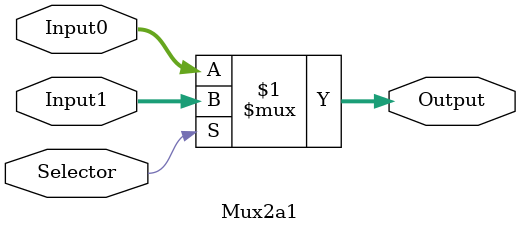
<source format=v>
`timescale 1ns / 1ps

// Entradas: Input0, Input1: Valores a escoger para la salida
//           Selector: Señal de control para escoger entre los Input
// Salida:   Output: Input seleccionada por el selector
// Parametro: WIDTH: Tamaño de los Inputs y el Output

// Se introducjo este módulo para seleccionar entre distintas señales
// dependiendo de la instrucción que se ejecute en el momento
module Mux2a1 #(parameter WIDTH = 8)(Selector, Output, Input0, Input1);


	input Selector;
	input [WIDTH-1:0] Input0, Input1;
	output [WIDTH-1:0] Output;
	
	//Si selector=1, Output=Input1
	//Si selector=0, Output=Input0
    assign Output = Selector ? Input1 : Input0;
					
					
endmodule
</source>
